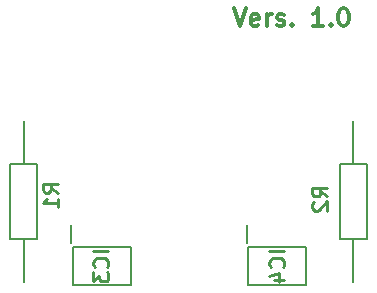
<source format=gbr>
%TF.GenerationSoftware,KiCad,Pcbnew,(6.0.0)*%
%TF.CreationDate,2022-01-11T19:00:17-08:00*%
%TF.ProjectId,AMS-Vacuum-Sensor,414d532d-5661-4637-9575-6d2d53656e73,rev?*%
%TF.SameCoordinates,Original*%
%TF.FileFunction,Legend,Bot*%
%TF.FilePolarity,Positive*%
%FSLAX46Y46*%
G04 Gerber Fmt 4.6, Leading zero omitted, Abs format (unit mm)*
G04 Created by KiCad (PCBNEW (6.0.0)) date 2022-01-11 19:00:17*
%MOMM*%
%LPD*%
G01*
G04 APERTURE LIST*
%ADD10C,0.300000*%
%ADD11C,0.254000*%
%ADD12C,0.200000*%
G04 APERTURE END LIST*
D10*
X121278959Y-78705812D02*
X121778959Y-80205812D01*
X122278959Y-78705812D01*
X123350388Y-80134383D02*
X123207531Y-80205812D01*
X122921816Y-80205812D01*
X122778959Y-80134383D01*
X122707531Y-79991526D01*
X122707531Y-79420098D01*
X122778959Y-79277241D01*
X122921816Y-79205812D01*
X123207531Y-79205812D01*
X123350388Y-79277241D01*
X123421816Y-79420098D01*
X123421816Y-79562955D01*
X122707531Y-79705812D01*
X124064673Y-80205812D02*
X124064673Y-79205812D01*
X124064673Y-79491526D02*
X124136102Y-79348669D01*
X124207531Y-79277241D01*
X124350388Y-79205812D01*
X124493245Y-79205812D01*
X124921816Y-80134383D02*
X125064673Y-80205812D01*
X125350388Y-80205812D01*
X125493245Y-80134383D01*
X125564673Y-79991526D01*
X125564673Y-79920098D01*
X125493245Y-79777241D01*
X125350388Y-79705812D01*
X125136102Y-79705812D01*
X124993245Y-79634383D01*
X124921816Y-79491526D01*
X124921816Y-79420098D01*
X124993245Y-79277241D01*
X125136102Y-79205812D01*
X125350388Y-79205812D01*
X125493245Y-79277241D01*
X126207531Y-80062955D02*
X126278959Y-80134383D01*
X126207531Y-80205812D01*
X126136102Y-80134383D01*
X126207531Y-80062955D01*
X126207531Y-80205812D01*
X128850388Y-80205812D02*
X127993245Y-80205812D01*
X128421816Y-80205812D02*
X128421816Y-78705812D01*
X128278959Y-78920098D01*
X128136102Y-79062955D01*
X127993245Y-79134383D01*
X129493245Y-80062955D02*
X129564673Y-80134383D01*
X129493245Y-80205812D01*
X129421816Y-80134383D01*
X129493245Y-80062955D01*
X129493245Y-80205812D01*
X130493245Y-78705812D02*
X130636102Y-78705812D01*
X130778959Y-78777241D01*
X130850388Y-78848669D01*
X130921816Y-78991526D01*
X130993245Y-79277241D01*
X130993245Y-79634383D01*
X130921816Y-79920098D01*
X130850388Y-80062955D01*
X130778959Y-80134383D01*
X130636102Y-80205812D01*
X130493245Y-80205812D01*
X130350388Y-80134383D01*
X130278959Y-80062955D01*
X130207531Y-79920098D01*
X130136102Y-79634383D01*
X130136102Y-79277241D01*
X130207531Y-78991526D01*
X130278959Y-78848669D01*
X130350388Y-78777241D01*
X130493245Y-78705812D01*
D11*
%TO.C,R2*%
X129201605Y-94624381D02*
X128596843Y-94201048D01*
X129201605Y-93898667D02*
X127931605Y-93898667D01*
X127931605Y-94382476D01*
X127992082Y-94503428D01*
X128052558Y-94563905D01*
X128173510Y-94624381D01*
X128354939Y-94624381D01*
X128475891Y-94563905D01*
X128536367Y-94503428D01*
X128596843Y-94382476D01*
X128596843Y-93898667D01*
X128052558Y-95108190D02*
X127992082Y-95168667D01*
X127931605Y-95289619D01*
X127931605Y-95592000D01*
X127992082Y-95712952D01*
X128052558Y-95773428D01*
X128173510Y-95833905D01*
X128294462Y-95833905D01*
X128475891Y-95773428D01*
X129201605Y-95047714D01*
X129201605Y-95833905D01*
%TO.C,IC4*%
X125542474Y-99267839D02*
X124272474Y-99267839D01*
X125421522Y-100598315D02*
X125481998Y-100537839D01*
X125542474Y-100356410D01*
X125542474Y-100235458D01*
X125481998Y-100054029D01*
X125361046Y-99933077D01*
X125240093Y-99872601D01*
X124998189Y-99812124D01*
X124816760Y-99812124D01*
X124574855Y-99872601D01*
X124453903Y-99933077D01*
X124332951Y-100054029D01*
X124272474Y-100235458D01*
X124272474Y-100356410D01*
X124332951Y-100537839D01*
X124393427Y-100598315D01*
X124695808Y-101686886D02*
X125542474Y-101686886D01*
X124211998Y-101384505D02*
X125119141Y-101082124D01*
X125119141Y-101868315D01*
%TO.C,IC3*%
X110651472Y-99267839D02*
X109381472Y-99267839D01*
X110530520Y-100598315D02*
X110590996Y-100537839D01*
X110651472Y-100356410D01*
X110651472Y-100235458D01*
X110590996Y-100054029D01*
X110470044Y-99933077D01*
X110349091Y-99872601D01*
X110107187Y-99812124D01*
X109925758Y-99812124D01*
X109683853Y-99872601D01*
X109562901Y-99933077D01*
X109441949Y-100054029D01*
X109381472Y-100235458D01*
X109381472Y-100356410D01*
X109441949Y-100537839D01*
X109502425Y-100598315D01*
X109381472Y-101021648D02*
X109381472Y-101807839D01*
X109865282Y-101384505D01*
X109865282Y-101565934D01*
X109925758Y-101686886D01*
X109986234Y-101747362D01*
X110107187Y-101807839D01*
X110409568Y-101807839D01*
X110530520Y-101747362D01*
X110590996Y-101686886D01*
X110651472Y-101565934D01*
X110651472Y-101203077D01*
X110590996Y-101082124D01*
X110530520Y-101021648D01*
%TO.C,R1*%
X106376714Y-94317532D02*
X105771952Y-93894199D01*
X106376714Y-93591818D02*
X105106714Y-93591818D01*
X105106714Y-94075627D01*
X105167191Y-94196579D01*
X105227667Y-94257056D01*
X105348619Y-94317532D01*
X105530048Y-94317532D01*
X105651000Y-94257056D01*
X105711476Y-94196579D01*
X105771952Y-94075627D01*
X105771952Y-93591818D01*
X106376714Y-95527056D02*
X106376714Y-94801341D01*
X106376714Y-95164199D02*
X105106714Y-95164199D01*
X105288143Y-95043246D01*
X105409095Y-94922294D01*
X105469571Y-94801341D01*
D12*
%TO.C,R2*%
X132538728Y-98198483D02*
X132538728Y-91898483D01*
X132538728Y-91898483D02*
X130238728Y-91898483D01*
X131388728Y-98198483D02*
X131388728Y-101848483D01*
X130238728Y-98198483D02*
X132538728Y-98198483D01*
X131388728Y-88248483D02*
X131388728Y-91898483D01*
X130238728Y-91898483D02*
X130238728Y-98198483D01*
%TO.C,IC4*%
X127419951Y-102105601D02*
X127419951Y-98909601D01*
X127419951Y-98909601D02*
X122515951Y-98909601D01*
X122515951Y-98909601D02*
X122515951Y-102105601D01*
X122515951Y-102105601D02*
X127419951Y-102105601D01*
X122387951Y-97032601D02*
X122387951Y-98559601D01*
%TO.C,IC3*%
X107624949Y-98909601D02*
X107624949Y-102105601D01*
X112528949Y-98909601D02*
X107624949Y-98909601D01*
X112528949Y-102105601D02*
X112528949Y-98909601D01*
X107624949Y-102105601D02*
X112528949Y-102105601D01*
X107496949Y-97032601D02*
X107496949Y-98559601D01*
%TO.C,R1*%
X102339017Y-98198483D02*
X104639017Y-98198483D01*
X103489017Y-88248483D02*
X103489017Y-91898483D01*
X104639017Y-98198483D02*
X104639017Y-91898483D01*
X103489017Y-98198483D02*
X103489017Y-101848483D01*
X104639017Y-91898483D02*
X102339017Y-91898483D01*
X102339017Y-91898483D02*
X102339017Y-98198483D01*
%TD*%
M02*

</source>
